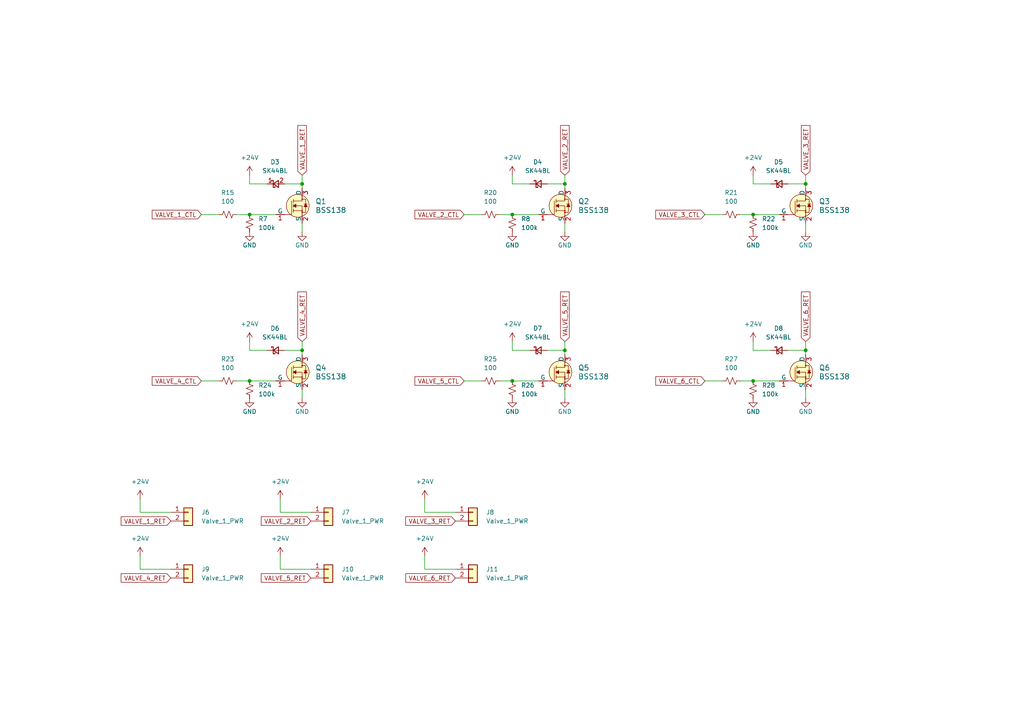
<source format=kicad_sch>
(kicad_sch (version 20250114) (generator "eeschema") (generator_version "9.0")
  (paper "A4")
  (title_block (rev "0.1.0") (company "Queen's Rocket Engineering Team"))
  (lib_symbols
    (symbol "Connector_Generic:Conn_01x02" (pin_names (offset 1.016) (hide yes))
      (property "Reference" "J" (at 0 2.54 0))
      (property "Value" "Conn_01x02" (at 0 -5.08 0))
      (symbol "Conn_01x02_1_1"
        (rectangle (start -1.27 1.27) (end 1.27 -3.81) (stroke (width 0.254)) (fill (type background)))
        (rectangle (start -1.27 0.127) (end 0 -0.127) (stroke (width 0.1524)))
        (rectangle (start -1.27 -2.413) (end 0 -2.667) (stroke (width 0.1524)))
        (pin passive line (at -5.08 0 0) (length 3.81) (name "Pin_1") (number "1"))
        (pin passive line (at -5.08 -2.54 0) (length 3.81) (name "Pin_2") (number "2"))
      )
    )
    (symbol "D_Schottky_Small_1" (pin_names (offset 0.254) (hide yes))
      (property "Reference" "D" (at -1.27 2.032 0))
      (property "Value" "D_Schottky_Small" (at -7.112 -2.032 0))
      (symbol "D_Schottky_Small_1_0_1"
        (polyline (pts (xy -1.27 0.762) (xy -1.27 1.016) (xy -0.762 1.016) (xy -0.762 -1.016) (xy -0.254 -1.016) (xy -0.254 -0.762)) (stroke (width 0.254)))
        (polyline (pts (xy -0.762 0) (xy 0.762 0)))
        (polyline (pts (xy 0.762 -1.016) (xy -0.762 0) (xy 0.762 1.016) (xy 0.762 -1.016)) (stroke (width 0.254)))
      )
      (symbol "D_Schottky_Small_1_1_1"
        (pin passive line (at -2.54 0 0) (length 1.778) (name "K") (number "1"))
        (pin passive line (at 2.54 0 180) (length 1.778) (name "A") (number "2"))
      )
    )
    (symbol "Device:D_Schottky_Small" (pin_numbers (hide yes)) (pin_names (offset 0.254) (hide yes))
      (property "Reference" "D" (at -1.27 2.032 0))
      (property "Value" "D_Schottky_Small" (at -7.112 -2.032 0))
      (symbol "D_Schottky_Small_0_1"
        (polyline (pts (xy -1.27 0.762) (xy -1.27 1.016) (xy -0.762 1.016) (xy -0.762 -1.016) (xy -0.254 -1.016) (xy -0.254 -0.762)) (stroke (width 0.254)))
        (polyline (pts (xy -0.762 0) (xy 0.762 0)))
        (polyline (pts (xy 0.762 -1.016) (xy -0.762 0) (xy 0.762 1.016) (xy 0.762 -1.016)) (stroke (width 0.254)))
      )
      (symbol "D_Schottky_Small_1_1"
        (pin passive line (at -2.54 0 0) (length 1.778) (name "K") (number "1"))
        (pin passive line (at 2.54 0 180) (length 1.778) (name "A") (number "2"))
      )
    )
    (symbol "Device:R_Small_US" (pin_numbers (hide yes)) (pin_names (offset 0.254) (hide yes))
      (property "Reference" "R" (at 0.762 0.508 0))
      (property "Value" "R_Small_US" (at 0.762 -1.016 0))
      (symbol "R_Small_US_1_1"
        (polyline (pts (xy 0 1.524) (xy 1.016 1.143) (xy 0 0.762) (xy -1.016 0.381) (xy 0 0)))
        (polyline (pts (xy 0 0) (xy 1.016 -0.381) (xy 0 -0.762) (xy -1.016 -1.143) (xy 0 -1.524)))
        (pin passive line (at 0 2.54 270) (length 1.016) (name "~") (number "1"))
        (pin passive line (at 0 -2.54 90) (length 1.016) (name "~") (number "2"))
      )
    )
    (symbol "dk_Transistors-FETs-MOSFETs-Single:BSS138" (pin_names (offset 0))
      (property "Reference" "Q" (at -2.6924 3.6322 0))
      (property "Value" "BSS138" (at 3.4544 0 90))
      (symbol "BSS138_0_1"
        (polyline (pts (xy -5.08 -2.54) (xy -3.048 -2.54) (xy -3.048 1.397)))
        (circle (center -1.27 0) (radius 3.302) (fill (type background)))
        (polyline (pts (xy -0.127 -1.905) (xy 1.016 -1.905) (xy 1.016 1.397) (xy 1.016 1.905) (xy -0.127 1.905)))
        (polyline (pts (xy 0 2.54) (xy 0 1.397) (xy -2.54 1.397)))
        (circle (center 0 1.905) (radius 0.127))
        (polyline (pts (xy 0 -1.397) (xy -2.54 -1.397)))
        (circle (center 0 -1.397) (radius 0.127))
        (circle (center 0 -1.905) (radius 0.127))
        (polyline (pts (xy 0 -2.54) (xy 0 0) (xy -2.54 0)))
      )
      (symbol "BSS138_1_1"
        (polyline (pts (xy -2.54 1.905) (xy -2.54 0.889)))
        (polyline (pts (xy -2.54 0) (xy -2.54 0.508)))
        (polyline (pts (xy -2.54 0) (xy -2.54 -0.508)))
        (polyline (pts (xy -2.54 0) (xy -1.778 0.508) (xy -1.778 -0.508) (xy -2.54 0)) (fill (type outline)))
        (polyline (pts (xy -2.54 -1.397) (xy -2.54 -0.889)))
        (polyline (pts (xy -2.54 -1.397) (xy -2.54 -1.905)))
        (polyline (pts (xy 1.016 0.508) (xy 0.508 -0.254) (xy 1.524 -0.254) (xy 1.016 0.508)) (fill (type outline)))
        (polyline (pts (xy 1.524 0.508) (xy 0.508 0.508)))
        (pin bidirectional line (at -7.62 -2.54 0) (length 2.54) (name "G") (number "1"))
        (pin bidirectional line (at 0 5.08 270) (length 2.54) (name "D") (number "3"))
        (pin bidirectional line (at 0 -5.08 90) (length 2.54) (name "S") (number "2"))
      )
    )
    (symbol "power:+24V" (power) (pin_numbers (hide yes)) (pin_names (offset 0) (hide yes))
      (property "Value" "+24V" (at 0 3.556 0))
      (symbol "+24V_0_1"
        (polyline (pts (xy -0.762 1.27) (xy 0 2.54)))
        (polyline (pts (xy 0 2.54) (xy 0.762 1.27)))
        (polyline (pts (xy 0 0) (xy 0 2.54)))
      )
      (symbol "+24V_1_1"
        (pin power_in line (at 0 0 90) (length 0) (name "~") (number "1"))
      )
    )
    (symbol "power:GND" (power) (pin_numbers (hide yes)) (pin_names (offset 0) (hide yes))
      (property "Value" "GND" (at 0 -3.81 0))
      (symbol "GND_0_1"
        (polyline (pts (xy 0 0) (xy 0 -1.27) (xy 1.27 -1.27) (xy 0 -2.54) (xy -1.27 -1.27) (xy 0 -1.27)))
      )
      (symbol "GND_1_1"
        (pin power_in line (at 0 0 270) (length 0) (name "~") (number "1"))
      )
    )
  )
  (junction (at 233.68 53.34))
  (junction (at 72.39 110.49))
  (junction (at 163.83 101.6))
  (junction (at 148.59 110.49))
  (junction (at 218.44 110.49))
  (junction (at 233.68 101.6))
  (junction (at 163.83 53.34))
  (junction (at 87.63 53.34))
  (junction (at 218.44 62.23))
  (junction (at 87.63 101.6))
  (junction (at 148.59 62.23))
  (junction (at 72.39 62.23))
  (wire (pts (xy 58.42 62.23) (xy 63.5 62.23)))
  (wire (pts (xy 58.42 110.49) (xy 63.5 110.49)))
  (wire (pts (xy 68.58 110.49) (xy 72.39 110.49)))
  (wire (pts (xy 72.39 110.49) (xy 80.01 110.49)))
  (wire (pts (xy 163.83 113.03) (xy 163.83 115.57)))
  (wire (pts (xy 144.78 110.49) (xy 148.59 110.49)))
  (wire (pts (xy 148.59 99.06) (xy 148.59 101.6)))
  (wire (pts (xy 233.68 53.34) (xy 233.68 54.61)))
  (wire (pts (xy 233.68 113.03) (xy 233.68 115.57)))
  (wire (pts (xy 148.59 110.49) (xy 156.21 110.49)))
  (wire (pts (xy 132.08 165.1) (xy 123.19 165.1)))
  (wire (pts (xy 49.53 165.1) (xy 40.64 165.1)))
  (wire (pts (xy 87.63 64.77) (xy 87.63 67.31)))
  (wire (pts (xy 82.55 53.34) (xy 87.63 53.34)))
  (wire (pts (xy 134.62 110.49) (xy 139.7 110.49)))
  (wire (pts (xy 87.63 101.6) (xy 87.63 102.87)))
  (wire (pts (xy 87.63 99.06) (xy 87.63 101.6)))
  (wire (pts (xy 163.83 101.6) (xy 163.83 102.87)))
  (wire (pts (xy 132.08 148.59) (xy 123.19 148.59)))
  (wire (pts (xy 123.19 161.29) (xy 123.19 165.1)))
  (wire (pts (xy 218.44 62.23) (xy 226.06 62.23)))
  (wire (pts (xy 87.63 53.34) (xy 87.63 54.61)))
  (wire (pts (xy 81.28 144.78) (xy 81.28 148.59)))
  (wire (pts (xy 87.63 113.03) (xy 87.63 115.57)))
  (wire (pts (xy 163.83 64.77) (xy 163.83 67.31)))
  (wire (pts (xy 153.67 53.34) (xy 148.59 53.34)))
  (wire (pts (xy 218.44 50.8) (xy 218.44 53.34)))
  (wire (pts (xy 77.47 53.34) (xy 72.39 53.34)))
  (wire (pts (xy 144.78 62.23) (xy 148.59 62.23)))
  (wire (pts (xy 90.17 165.1) (xy 81.28 165.1)))
  (wire (pts (xy 82.55 101.6) (xy 87.63 101.6)))
  (wire (pts (xy 233.68 101.6) (xy 233.68 102.87)))
  (wire (pts (xy 163.83 50.8) (xy 163.83 53.34)))
  (wire (pts (xy 87.63 50.8) (xy 87.63 53.34)))
  (wire (pts (xy 163.83 99.06) (xy 163.83 101.6)))
  (wire (pts (xy 90.17 148.59) (xy 81.28 148.59)))
  (wire (pts (xy 158.75 53.34) (xy 163.83 53.34)))
  (wire (pts (xy 228.6 53.34) (xy 233.68 53.34)))
  (wire (pts (xy 148.59 50.8) (xy 148.59 53.34)))
  (wire (pts (xy 81.28 161.29) (xy 81.28 165.1)))
  (wire (pts (xy 153.67 101.6) (xy 148.59 101.6)))
  (wire (pts (xy 233.68 99.06) (xy 233.68 101.6)))
  (wire (pts (xy 40.64 161.29) (xy 40.64 165.1)))
  (wire (pts (xy 218.44 99.06) (xy 218.44 101.6)))
  (wire (pts (xy 228.6 101.6) (xy 233.68 101.6)))
  (wire (pts (xy 233.68 50.8) (xy 233.68 53.34)))
  (wire (pts (xy 72.39 62.23) (xy 80.01 62.23)))
  (wire (pts (xy 218.44 110.49) (xy 226.06 110.49)))
  (wire (pts (xy 123.19 144.78) (xy 123.19 148.59)))
  (wire (pts (xy 223.52 53.34) (xy 218.44 53.34)))
  (wire (pts (xy 158.75 101.6) (xy 163.83 101.6)))
  (wire (pts (xy 214.63 110.49) (xy 218.44 110.49)))
  (wire (pts (xy 233.68 64.77) (xy 233.68 67.31)))
  (wire (pts (xy 134.62 62.23) (xy 139.7 62.23)))
  (wire (pts (xy 223.52 101.6) (xy 218.44 101.6)))
  (wire (pts (xy 77.47 101.6) (xy 72.39 101.6)))
  (wire (pts (xy 204.47 110.49) (xy 209.55 110.49)))
  (wire (pts (xy 204.47 62.23) (xy 209.55 62.23)))
  (wire (pts (xy 68.58 62.23) (xy 72.39 62.23)))
  (wire (pts (xy 72.39 99.06) (xy 72.39 101.6)))
  (wire (pts (xy 214.63 62.23) (xy 218.44 62.23)))
  (wire (pts (xy 148.59 62.23) (xy 156.21 62.23)))
  (wire (pts (xy 49.53 148.59) (xy 40.64 148.59)))
  (wire (pts (xy 72.39 50.8) (xy 72.39 53.34)))
  (wire (pts (xy 163.83 53.34) (xy 163.83 54.61)))
  (wire (pts (xy 40.64 144.78) (xy 40.64 148.59)))
  (global_label "VALVE_2_RET" (shape input) (at 163.83 50.8 90) (property "Intersheetrefs" "${INTERSHEET_REFS}" (effects (hide yes))))
  (global_label "VALVE_1_CTL" (shape input) (at 58.42 62.23 180) (property "Intersheetrefs" "${INTERSHEET_REFS}" (effects (hide yes))))
  (global_label "VALVE_2_CTL" (shape input) (at 134.62 62.23 180) (property "Intersheetrefs" "${INTERSHEET_REFS}" (effects (hide yes))))
  (global_label "VALVE_5_RET" (shape input) (at 163.83 99.06 90) (property "Intersheetrefs" "${INTERSHEET_REFS}" (effects (hide yes))))
  (global_label "VALVE_5_RET" (shape input) (at 90.17 167.64 180) (property "Intersheetrefs" "${INTERSHEET_REFS}" (effects (hide yes))))
  (global_label "VALVE_4_RET" (shape input) (at 49.53 167.64 180) (property "Intersheetrefs" "${INTERSHEET_REFS}" (effects (hide yes))))
  (global_label "VALVE_1_RET" (shape input) (at 49.53 151.13 180) (property "Intersheetrefs" "${INTERSHEET_REFS}" (effects (hide yes))))
  (global_label "VALVE_4_RET" (shape input) (at 87.63 99.06 90) (property "Intersheetrefs" "${INTERSHEET_REFS}" (effects (hide yes))))
  (global_label "VALVE_6_CTL" (shape input) (at 204.47 110.49 180) (property "Intersheetrefs" "${INTERSHEET_REFS}" (effects (hide yes))))
  (global_label "VALVE_3_CTL" (shape input) (at 204.47 62.23 180) (property "Intersheetrefs" "${INTERSHEET_REFS}" (effects (hide yes))))
  (global_label "VALVE_4_CTL" (shape input) (at 58.42 110.49 180) (property "Intersheetrefs" "${INTERSHEET_REFS}" (effects (hide yes))))
  (global_label "VALVE_5_CTL" (shape input) (at 134.62 110.49 180) (property "Intersheetrefs" "${INTERSHEET_REFS}" (effects (hide yes))))
  (global_label "VALVE_3_RET" (shape input) (at 132.08 151.13 180) (property "Intersheetrefs" "${INTERSHEET_REFS}" (effects (hide yes))))
  (global_label "VALVE_2_RET" (shape input) (at 90.17 151.13 180) (property "Intersheetrefs" "${INTERSHEET_REFS}" (effects (hide yes))))
  (global_label "VALVE_1_RET" (shape input) (at 87.63 50.8 90) (property "Intersheetrefs" "${INTERSHEET_REFS}" (effects (hide yes))))
  (global_label "VALVE_6_RET" (shape input) (at 132.08 167.64 180) (property "Intersheetrefs" "${INTERSHEET_REFS}" (effects (hide yes))))
  (global_label "VALVE_3_RET" (shape input) (at 233.68 50.8 90) (property "Intersheetrefs" "${INTERSHEET_REFS}" (effects (hide yes))))
  (global_label "VALVE_6_RET" (shape input) (at 233.68 99.06 90) (property "Intersheetrefs" "${INTERSHEET_REFS}" (effects (hide yes))))
  (symbol (lib_id "power:+24V") (at 40.64 144.78 0) (unit 1)
    (property "Reference" "#PWR075" (effects (hide yes)))
    (property "Value" "+24V" (at 40.64 139.7 0))
    (property "Description" "Power symbol creates a global label with name \"+24V\"" (effects (hide yes)))
  )
  (symbol (lib_name "D_Schottky_Small_1") (lib_id "Device:D_Schottky_Small") (at 80.01 53.34 0) (unit 1)
    (property "Reference" "D3" (at 79.756 46.99 0))
    (property "Value" "SK44BL" (at 79.756 49.53 0))
    (property "Footprint" "Diode_SMD:D_SMB" (effects (hide yes)))
    (property "Description" "Schottky diode, small symbol" (effects (hide yes)))
    (property "MPN" "SK44BL-TP" (effects (hide yes)))
    (property "LCSC" "C151740" (effects (hide yes)))
  )
  (symbol (lib_id "Device:D_Schottky_Small") (at 156.21 53.34 0) (unit 1)
    (property "Reference" "D4" (at 155.956 46.99 0))
    (property "Value" "SK44BL" (at 155.956 49.53 0))
    (property "Footprint" "Diode_SMD:D_SMB" (effects (hide yes)))
    (property "Description" "Schottky diode, small symbol" (effects (hide yes)))
    (property "MPN" "SK44BL-TP" (effects (hide yes)))
    (property "LCSC" "C151740" (effects (hide yes)))
  )
  (symbol (lib_id "power:GND") (at 87.63 67.31 0) (unit 1)
    (property "Reference" "#PWR057" (effects (hide yes)))
    (property "Value" "GND" (at 87.63 71.12 0))
    (property "Description" "Power symbol creates a global label with name \"GND\" , ground" (effects (hide yes)))
  )
  (symbol (lib_id "power:GND") (at 148.59 115.57 0) (unit 1)
    (property "Reference" "#PWR070" (effects (hide yes)))
    (property "Value" "GND" (at 148.59 119.38 0))
    (property "Description" "Power symbol creates a global label with name \"GND\" , ground" (effects (hide yes)))
  )
  (symbol (lib_id "power:+24V") (at 148.59 50.8 0) (unit 1)
    (property "Reference" "#PWR060" (effects (hide yes)))
    (property "Value" "+24V" (at 148.59 45.72 0))
    (property "Description" "Power symbol creates a global label with name \"+24V\"" (effects (hide yes)))
  )
  (symbol (lib_id "Device:R_Small_US") (at 72.39 113.03 0) (unit 1)
    (property "Reference" "R24" (at 74.93 111.7599 0) (effects (justify left)))
    (property "Value" "100k" (at 74.93 114.2999 0) (effects (justify left)))
    (property "Footprint" "Resistor_SMD:R_0402_1005Metric" (effects (hide yes)))
    (property "Description" "Resistor, small US symbol" (effects (hide yes)))
    (property "MPN" "0402WGJ0104TCE" (effects (hide yes)))
    (property "LCSC" "C25530" (effects (hide yes)))
  )
  (symbol (lib_id "Device:R_Small_US") (at 212.09 62.23 90) (unit 1)
    (property "Reference" "R21" (at 212.09 55.88 90))
    (property "Value" "100" (at 212.09 58.42 90))
    (property "Footprint" "Resistor_SMD:R_0402_1005Metric" (effects (hide yes)))
    (property "Description" "Resistor, small US symbol" (effects (hide yes)))
    (property "MPN" "0402WGF1000TCE" (effects (hide yes)))
    (property "LCSC" "C25076" (effects (hide yes)))
  )
  (symbol (lib_id "power:+24V") (at 72.39 99.06 0) (unit 1)
    (property "Reference" "#PWR066" (effects (hide yes)))
    (property "Value" "+24V" (at 72.39 93.98 0))
    (property "Description" "Power symbol creates a global label with name \"+24V\"" (effects (hide yes)))
  )
  (symbol (lib_id "power:GND") (at 233.68 67.31 0) (unit 1)
    (property "Reference" "#PWR065" (effects (hide yes)))
    (property "Value" "GND" (at 233.68 71.12 0))
    (property "Description" "Power symbol creates a global label with name \"GND\" , ground" (effects (hide yes)))
  )
  (symbol (lib_id "Device:R_Small_US") (at 66.04 62.23 90) (unit 1)
    (property "Reference" "R15" (at 66.04 55.88 90))
    (property "Value" "100" (at 66.04 58.42 90))
    (property "Footprint" "Resistor_SMD:R_0402_1005Metric" (effects (hide yes)))
    (property "Description" "Resistor, small US symbol" (effects (hide yes)))
    (property "MPN" "0402WGF1000TCE" (effects (hide yes)))
    (property "LCSC" "C25076" (effects (hide yes)))
  )
  (symbol (lib_id "power:GND") (at 72.39 115.57 0) (unit 1)
    (property "Reference" "#PWR067" (effects (hide yes)))
    (property "Value" "GND" (at 72.39 119.38 0))
    (property "Description" "Power symbol creates a global label with name \"GND\" , ground" (effects (hide yes)))
  )
  (symbol (lib_id "dk_Transistors-FETs-MOSFETs-Single:BSS138") (at 163.83 59.69 0) (unit 1)
    (property "Reference" "Q2" (at 167.64 58.4199 0) (effects (font (size 1.524 1.524)) (justify left)))
    (property "Value" "BSS138" (at 167.64 60.9599 0) (effects (font (size 1.524 1.524)) (justify left)))
    (property "Footprint" "Package_TO_SOT_SMD:SOT-23-3" (effects (hide yes)))
    (property "Datasheet" "https://www.onsemi.com/pub/Collateral/BSS138-D.PDF" (effects (hide yes)))
    (property "Description" "MOSFET N-CH 50V 220MA SOT-23" (effects (hide yes)))
    (property "MPN" "BSS138" (effects (hide yes)))
    (property "LCSC" "C8490" (effects (hide yes)))
    (property "Category" "Discrete Semiconductor Products" (effects (hide yes)))
    (property "Family" "Transistors - FETs, MOSFETs - Single" (effects (hide yes)))
    (property "DK_Datasheet_Link" "https://www.onsemi.com/pub/Collateral/BSS138-D.PDF" (effects (hide yes)))
    (property "DK_Detail_Page" "/product-detail/en/on-semiconductor/BSS138/BSS138CT-ND/244294" (effects (hide yes)))
    (property "Description_1" "MOSFET N-CH 50V 220MA SOT-23" (effects (hide yes)))
    (property "Manufacturer" "ON Semiconductor" (effects (hide yes)))
    (property "Status" "Active" (effects (hide yes)))
  )
  (symbol (lib_id "dk_Transistors-FETs-MOSFETs-Single:BSS138") (at 233.68 59.69 0) (unit 1)
    (property "Reference" "Q3" (at 237.49 58.4199 0) (effects (font (size 1.524 1.524)) (justify left)))
    (property "Value" "BSS138" (at 237.49 60.9599 0) (effects (font (size 1.524 1.524)) (justify left)))
    (property "Footprint" "Package_TO_SOT_SMD:SOT-23-3" (effects (hide yes)))
    (property "Datasheet" "https://www.onsemi.com/pub/Collateral/BSS138-D.PDF" (effects (hide yes)))
    (property "Description" "MOSFET N-CH 50V 220MA SOT-23" (effects (hide yes)))
    (property "Digi-Key_PN" "BSS138CT-ND" (effects (hide yes)))
    (property "MPN" "BSS138" (effects (hide yes)))
    (property "Category" "Discrete Semiconductor Products" (effects (hide yes)))
    (property "Family" "Transistors - FETs, MOSFETs - Single" (effects (hide yes)))
    (property "DK_Datasheet_Link" "https://www.onsemi.com/pub/Collateral/BSS138-D.PDF" (effects (hide yes)))
    (property "DK_Detail_Page" "/product-detail/en/on-semiconductor/BSS138/BSS138CT-ND/244294" (effects (hide yes)))
    (property "Description_1" "MOSFET N-CH 50V 220MA SOT-23" (effects (hide yes)))
    (property "Manufacturer" "ON Semiconductor" (effects (hide yes)))
    (property "Status" "Active" (effects (hide yes)))
    (property "LCSC" "C8490" (effects (hide yes)))
  )
  (symbol (lib_id "Device:R_Small_US") (at 148.59 113.03 0) (unit 1)
    (property "Reference" "R26" (at 151.13 111.7599 0) (effects (justify left)))
    (property "Value" "100k" (at 151.13 114.2999 0) (effects (justify left)))
    (property "Footprint" "Resistor_SMD:R_0402_1005Metric" (effects (hide yes)))
    (property "Description" "Resistor, small US symbol" (effects (hide yes)))
    (property "MPN" "0402WGJ0104TCE" (effects (hide yes)))
    (property "LCSC" "C25530" (effects (hide yes)))
  )
  (symbol (lib_id "dk_Transistors-FETs-MOSFETs-Single:BSS138") (at 233.68 107.95 0) (unit 1)
    (property "Reference" "Q6" (at 237.49 106.6799 0) (effects (font (size 1.524 1.524)) (justify left)))
    (property "Value" "BSS138" (at 237.49 109.2199 0) (effects (font (size 1.524 1.524)) (justify left)))
    (property "Footprint" "Package_TO_SOT_SMD:SOT-23-3" (effects (hide yes)))
    (property "Datasheet" "https://www.onsemi.com/pub/Collateral/BSS138-D.PDF" (effects (hide yes)))
    (property "Description" "MOSFET N-CH 50V 220MA SOT-23" (effects (hide yes)))
    (property "Digi-Key_PN" "BSS138CT-ND" (effects (hide yes)))
    (property "MPN" "BSS138" (effects (hide yes)))
    (property "Category" "Discrete Semiconductor Products" (effects (hide yes)))
    (property "Family" "Transistors - FETs, MOSFETs - Single" (effects (hide yes)))
    (property "DK_Datasheet_Link" "https://www.onsemi.com/pub/Collateral/BSS138-D.PDF" (effects (hide yes)))
    (property "DK_Detail_Page" "/product-detail/en/on-semiconductor/BSS138/BSS138CT-ND/244294" (effects (hide yes)))
    (property "Description_1" "MOSFET N-CH 50V 220MA SOT-23" (effects (hide yes)))
    (property "Manufacturer" "ON Semiconductor" (effects (hide yes)))
    (property "Status" "Active" (effects (hide yes)))
    (property "LCSC" "C8490" (effects (hide yes)))
  )
  (symbol (lib_id "Device:R_Small_US") (at 212.09 110.49 90) (unit 1)
    (property "Reference" "R27" (at 212.09 104.14 90))
    (property "Value" "100" (at 212.09 106.68 90))
    (property "Footprint" "Resistor_SMD:R_0402_1005Metric" (effects (hide yes)))
    (property "Description" "Resistor, small US symbol" (effects (hide yes)))
    (property "MPN" "0402WGF1000TCE" (effects (hide yes)))
    (property "LCSC" "C25076" (effects (hide yes)))
  )
  (symbol (lib_id "Connector_Generic:Conn_01x02") (at 54.61 148.59 0) (unit 1)
    (property "Reference" "J6" (at 58.42 148.5899 0) (effects (justify left)))
    (property "Value" "Valve_1_PWR" (at 58.42 151.1299 0) (effects (justify left)))
    (property "Footprint" "Connector_JST:JST_XH_B2B-XH-A_1x02_P2.50mm_Vertical" (effects (hide yes)))
    (property "Description" "Generic connector, single row, 01x02, script generated (kicad-library-utils/schlib/autogen/connector/)" (effects (hide yes)))
    (property "MPN" "XH-2A" (effects (hide yes)))
    (property "LCSC" "C20079" (effects (hide yes)))
  )
  (symbol (lib_id "Connector_Generic:Conn_01x02") (at 137.16 148.59 0) (unit 1)
    (property "Reference" "J8" (at 140.97 148.5899 0) (effects (justify left)))
    (property "Value" "Valve_1_PWR" (at 140.97 151.1299 0) (effects (justify left)))
    (property "Footprint" "Connector_JST:JST_XH_B2B-XH-A_1x02_P2.50mm_Vertical" (effects (hide yes)))
    (property "Description" "Generic connector, single row, 01x02, script generated (kicad-library-utils/schlib/autogen/connector/)" (effects (hide yes)))
    (property "MPN" "XH-2A" (effects (hide yes)))
    (property "LCSC" "C20079" (effects (hide yes)))
  )
  (symbol (lib_id "Device:R_Small_US") (at 148.59 64.77 0) (unit 1)
    (property "Reference" "R8" (at 151.13 63.4999 0) (effects (justify left)))
    (property "Value" "100k" (at 151.13 66.0399 0) (effects (justify left)))
    (property "Footprint" "Resistor_SMD:R_0402_1005Metric" (effects (hide yes)))
    (property "Description" "Resistor, small US symbol" (effects (hide yes)))
    (property "MPN" "0402WGJ0104TCE" (effects (hide yes)))
    (property "LCSC" "C25530" (effects (hide yes)))
  )
  (symbol (lib_id "power:+24V") (at 218.44 99.06 0) (unit 1)
    (property "Reference" "#PWR072" (effects (hide yes)))
    (property "Value" "+24V" (at 218.44 93.98 0))
    (property "Description" "Power symbol creates a global label with name \"+24V\"" (effects (hide yes)))
  )
  (symbol (lib_id "dk_Transistors-FETs-MOSFETs-Single:BSS138") (at 163.83 107.95 0) (unit 1)
    (property "Reference" "Q5" (at 167.64 106.6799 0) (effects (font (size 1.524 1.524)) (justify left)))
    (property "Value" "BSS138" (at 167.64 109.2199 0) (effects (font (size 1.524 1.524)) (justify left)))
    (property "Footprint" "Package_TO_SOT_SMD:SOT-23-3" (effects (hide yes)))
    (property "Datasheet" "https://www.onsemi.com/pub/Collateral/BSS138-D.PDF" (effects (hide yes)))
    (property "Description" "MOSFET N-CH 50V 220MA SOT-23" (effects (hide yes)))
    (property "MPN" "BSS138" (effects (hide yes)))
    (property "LCSC" "C8490" (effects (hide yes)))
    (property "Category" "Discrete Semiconductor Products" (effects (hide yes)))
    (property "Family" "Transistors - FETs, MOSFETs - Single" (effects (hide yes)))
    (property "DK_Datasheet_Link" "https://www.onsemi.com/pub/Collateral/BSS138-D.PDF" (effects (hide yes)))
    (property "DK_Detail_Page" "/product-detail/en/on-semiconductor/BSS138/BSS138CT-ND/244294" (effects (hide yes)))
    (property "Description_1" "MOSFET N-CH 50V 220MA SOT-23" (effects (hide yes)))
    (property "Manufacturer" "ON Semiconductor" (effects (hide yes)))
    (property "Status" "Active" (effects (hide yes)))
  )
  (symbol (lib_id "power:GND") (at 163.83 115.57 0) (unit 1)
    (property "Reference" "#PWR071" (effects (hide yes)))
    (property "Value" "GND" (at 163.83 119.38 0))
    (property "Description" "Power symbol creates a global label with name \"GND\" , ground" (effects (hide yes)))
  )
  (symbol (lib_id "Device:D_Schottky_Small") (at 156.21 101.6 0) (unit 1)
    (property "Reference" "D7" (at 155.956 95.25 0))
    (property "Value" "SK44BL" (at 155.956 97.79 0))
    (property "Footprint" "Diode_SMD:D_SMB" (effects (hide yes)))
    (property "Description" "Schottky diode, small symbol" (effects (hide yes)))
    (property "MPN" "SK44BL-TP" (effects (hide yes)))
    (property "LCSC" "C151740" (effects (hide yes)))
  )
  (symbol (lib_id "power:+24V") (at 148.59 99.06 0) (unit 1)
    (property "Reference" "#PWR069" (effects (hide yes)))
    (property "Value" "+24V" (at 148.59 93.98 0))
    (property "Description" "Power symbol creates a global label with name \"+24V\"" (effects (hide yes)))
  )
  (symbol (lib_id "Device:R_Small_US") (at 218.44 64.77 0) (unit 1)
    (property "Reference" "R22" (at 220.98 63.4999 0) (effects (justify left)))
    (property "Value" "100k" (at 220.98 66.0399 0) (effects (justify left)))
    (property "Footprint" "Resistor_SMD:R_0402_1005Metric" (effects (hide yes)))
    (property "Description" "Resistor, small US symbol" (effects (hide yes)))
    (property "MPN" "0402WGJ0104TCE" (effects (hide yes)))
    (property "LCSC" "C25530" (effects (hide yes)))
  )
  (symbol (lib_id "power:+24V") (at 40.64 161.29 0) (unit 1)
    (property "Reference" "#PWR078" (effects (hide yes)))
    (property "Value" "+24V" (at 40.64 156.21 0))
    (property "Description" "Power symbol creates a global label with name \"+24V\"" (effects (hide yes)))
  )
  (symbol (lib_id "power:+24V") (at 123.19 161.29 0) (unit 1)
    (property "Reference" "#PWR080" (effects (hide yes)))
    (property "Value" "+24V" (at 123.19 156.21 0))
    (property "Description" "Power symbol creates a global label with name \"+24V\"" (effects (hide yes)))
  )
  (symbol (lib_id "dk_Transistors-FETs-MOSFETs-Single:BSS138") (at 87.63 107.95 0) (unit 1)
    (property "Reference" "Q4" (at 91.44 106.6799 0) (effects (font (size 1.524 1.524)) (justify left)))
    (property "Value" "BSS138" (at 91.44 109.2199 0) (effects (font (size 1.524 1.524)) (justify left)))
    (property "Footprint" "Package_TO_SOT_SMD:SOT-23-3" (effects (hide yes)))
    (property "Datasheet" "https://www.onsemi.com/pub/Collateral/BSS138-D.PDF" (effects (hide yes)))
    (property "Description" "MOSFET N-CH 50V 220MA SOT-23" (effects (hide yes)))
    (property "MPN" "BSS138" (effects (hide yes)))
    (property "LCSC" "C8490" (effects (hide yes)))
    (property "Category" "Discrete Semiconductor Products" (effects (hide yes)))
    (property "Family" "Transistors - FETs, MOSFETs - Single" (effects (hide yes)))
    (property "DK_Datasheet_Link" "https://www.onsemi.com/pub/Collateral/BSS138-D.PDF" (effects (hide yes)))
    (property "DK_Detail_Page" "/product-detail/en/on-semiconductor/BSS138/BSS138CT-ND/244294" (effects (hide yes)))
    (property "Description_1" "MOSFET N-CH 50V 220MA SOT-23" (effects (hide yes)))
    (property "Manufacturer" "ON Semiconductor" (effects (hide yes)))
    (property "Status" "Active" (effects (hide yes)))
  )
  (symbol (lib_id "power:GND") (at 218.44 115.57 0) (unit 1)
    (property "Reference" "#PWR073" (effects (hide yes)))
    (property "Value" "GND" (at 218.44 119.38 0))
    (property "Description" "Power symbol creates a global label with name \"GND\" , ground" (effects (hide yes)))
  )
  (symbol (lib_id "Device:R_Small_US") (at 218.44 113.03 0) (unit 1)
    (property "Reference" "R28" (at 220.98 111.7599 0) (effects (justify left)))
    (property "Value" "100k" (at 220.98 114.2999 0) (effects (justify left)))
    (property "Footprint" "Resistor_SMD:R_0402_1005Metric" (effects (hide yes)))
    (property "Description" "Resistor, small US symbol" (effects (hide yes)))
    (property "MPN" "0402WGJ0104TCE" (effects (hide yes)))
    (property "LCSC" "C25530" (effects (hide yes)))
  )
  (symbol (lib_id "Device:D_Schottky_Small") (at 80.01 101.6 0) (unit 1)
    (property "Reference" "D6" (at 79.756 95.25 0))
    (property "Value" "SK44BL" (at 79.756 97.79 0))
    (property "Footprint" "Diode_SMD:D_SMB" (effects (hide yes)))
    (property "Description" "Schottky diode, small symbol" (effects (hide yes)))
    (property "MPN" "SK44BL-TP" (effects (hide yes)))
    (property "LCSC" "C151740" (effects (hide yes)))
  )
  (symbol (lib_id "Connector_Generic:Conn_01x02") (at 137.16 165.1 0) (unit 1)
    (property "Reference" "J11" (at 140.97 165.0999 0) (effects (justify left)))
    (property "Value" "Valve_1_PWR" (at 140.97 167.6399 0) (effects (justify left)))
    (property "Footprint" "Connector_JST:JST_XH_B2B-XH-A_1x02_P2.50mm_Vertical" (effects (hide yes)))
    (property "Description" "Generic connector, single row, 01x02, script generated (kicad-library-utils/schlib/autogen/connector/)" (effects (hide yes)))
    (property "MPN" "XH-2A" (effects (hide yes)))
    (property "LCSC" "C20079" (effects (hide yes)))
  )
  (symbol (lib_id "dk_Transistors-FETs-MOSFETs-Single:BSS138") (at 87.63 59.69 0) (unit 1)
    (property "Reference" "Q1" (at 91.44 58.4199 0) (effects (font (size 1.524 1.524)) (justify left)))
    (property "Value" "BSS138" (at 91.44 60.9599 0) (effects (font (size 1.524 1.524)) (justify left)))
    (property "Footprint" "Package_TO_SOT_SMD:SOT-23-3" (effects (hide yes)))
    (property "Datasheet" "https://www.onsemi.com/pub/Collateral/BSS138-D.PDF" (effects (hide yes)))
    (property "Description" "MOSFET N-CH 50V 220MA SOT-23" (effects (hide yes)))
    (property "MPN" "BSS138" (effects (hide yes)))
    (property "LCSC" "C8490" (effects (hide yes)))
    (property "Category" "Discrete Semiconductor Products" (effects (hide yes)))
    (property "Family" "Transistors - FETs, MOSFETs - Single" (effects (hide yes)))
    (property "DK_Datasheet_Link" "https://www.onsemi.com/pub/Collateral/BSS138-D.PDF" (effects (hide yes)))
    (property "DK_Detail_Page" "/product-detail/en/on-semiconductor/BSS138/BSS138CT-ND/244294" (effects (hide yes)))
    (property "Description_1" "MOSFET N-CH 50V 220MA SOT-23" (effects (hide yes)))
    (property "Manufacturer" "ON Semiconductor" (effects (hide yes)))
    (property "Status" "Active" (effects (hide yes)))
  )
  (symbol (lib_id "Connector_Generic:Conn_01x02") (at 95.25 165.1 0) (unit 1)
    (property "Reference" "J10" (at 99.06 165.0999 0) (effects (justify left)))
    (property "Value" "Valve_1_PWR" (at 99.06 167.6399 0) (effects (justify left)))
    (property "Footprint" "Connector_JST:JST_XH_B2B-XH-A_1x02_P2.50mm_Vertical" (effects (hide yes)))
    (property "Description" "Generic connector, single row, 01x02, script generated (kicad-library-utils/schlib/autogen/connector/)" (effects (hide yes)))
    (property "MPN" "XH-2A" (effects (hide yes)))
    (property "LCSC" "C20079" (effects (hide yes)))
  )
  (symbol (lib_id "Connector_Generic:Conn_01x02") (at 54.61 165.1 0) (unit 1)
    (property "Reference" "J9" (at 58.42 165.0999 0) (effects (justify left)))
    (property "Value" "Valve_1_PWR" (at 58.42 167.6399 0) (effects (justify left)))
    (property "Footprint" "Connector_JST:JST_XH_B2B-XH-A_1x02_P2.50mm_Vertical" (effects (hide yes)))
    (property "Description" "Generic connector, single row, 01x02, script generated (kicad-library-utils/schlib/autogen/connector/)" (effects (hide yes)))
    (property "MPN" "XH-2A" (effects (hide yes)))
    (property "LCSC" "C20079" (effects (hide yes)))
  )
  (symbol (lib_id "power:GND") (at 72.39 67.31 0) (unit 1)
    (property "Reference" "#PWR058" (effects (hide yes)))
    (property "Value" "GND" (at 72.39 71.12 0))
    (property "Description" "Power symbol creates a global label with name \"GND\" , ground" (effects (hide yes)))
  )
  (symbol (lib_id "power:GND") (at 233.68 115.57 0) (unit 1)
    (property "Reference" "#PWR074" (effects (hide yes)))
    (property "Value" "GND" (at 233.68 119.38 0))
    (property "Description" "Power symbol creates a global label with name \"GND\" , ground" (effects (hide yes)))
  )
  (symbol (lib_id "power:GND") (at 163.83 67.31 0) (unit 1)
    (property "Reference" "#PWR062" (effects (hide yes)))
    (property "Value" "GND" (at 163.83 71.12 0))
    (property "Description" "Power symbol creates a global label with name \"GND\" , ground" (effects (hide yes)))
  )
  (symbol (lib_id "power:+24V") (at 123.19 144.78 0) (unit 1)
    (property "Reference" "#PWR077" (effects (hide yes)))
    (property "Value" "+24V" (at 123.19 139.7 0))
    (property "Description" "Power symbol creates a global label with name \"+24V\"" (effects (hide yes)))
  )
  (symbol (lib_id "power:+24V") (at 218.44 50.8 0) (unit 1)
    (property "Reference" "#PWR063" (effects (hide yes)))
    (property "Value" "+24V" (at 218.44 45.72 0))
    (property "Description" "Power symbol creates a global label with name \"+24V\"" (effects (hide yes)))
  )
  (symbol (lib_id "Device:R_Small_US") (at 66.04 110.49 90) (unit 1)
    (property "Reference" "R23" (at 66.04 104.14 90))
    (property "Value" "100" (at 66.04 106.68 90))
    (property "Footprint" "Resistor_SMD:R_0402_1005Metric" (effects (hide yes)))
    (property "Description" "Resistor, small US symbol" (effects (hide yes)))
    (property "MPN" "0402WGF1000TCE" (effects (hide yes)))
    (property "LCSC" "C25076" (effects (hide yes)))
  )
  (symbol (lib_id "Connector_Generic:Conn_01x02") (at 95.25 148.59 0) (unit 1)
    (property "Reference" "J7" (at 99.06 148.5899 0) (effects (justify left)))
    (property "Value" "Valve_1_PWR" (at 99.06 151.1299 0) (effects (justify left)))
    (property "Footprint" "Connector_JST:JST_XH_B2B-XH-A_1x02_P2.50mm_Vertical" (effects (hide yes)))
    (property "Description" "Generic connector, single row, 01x02, script generated (kicad-library-utils/schlib/autogen/connector/)" (effects (hide yes)))
    (property "MPN" "XH-2A" (effects (hide yes)))
    (property "LCSC" "C20079" (effects (hide yes)))
  )
  (symbol (lib_id "power:GND") (at 218.44 67.31 0) (unit 1)
    (property "Reference" "#PWR064" (effects (hide yes)))
    (property "Value" "GND" (at 218.44 71.12 0))
    (property "Description" "Power symbol creates a global label with name \"GND\" , ground" (effects (hide yes)))
  )
  (symbol (lib_id "Device:R_Small_US") (at 142.24 110.49 90) (unit 1)
    (property "Reference" "R25" (at 142.24 104.14 90))
    (property "Value" "100" (at 142.24 106.68 90))
    (property "Footprint" "Resistor_SMD:R_0402_1005Metric" (effects (hide yes)))
    (property "Description" "Resistor, small US symbol" (effects (hide yes)))
    (property "MPN" "0402WGF1000TCE" (effects (hide yes)))
    (property "LCSC" "C25076" (effects (hide yes)))
  )
  (symbol (lib_id "power:+24V") (at 81.28 161.29 0) (unit 1)
    (property "Reference" "#PWR079" (effects (hide yes)))
    (property "Value" "+24V" (at 81.28 156.21 0))
    (property "Description" "Power symbol creates a global label with name \"+24V\"" (effects (hide yes)))
  )
  (symbol (lib_id "Device:R_Small_US") (at 72.39 64.77 0) (unit 1)
    (property "Reference" "R7" (at 74.93 63.4999 0) (effects (justify left)))
    (property "Value" "100k" (at 74.93 66.0399 0) (effects (justify left)))
    (property "Footprint" "Resistor_SMD:R_0402_1005Metric" (effects (hide yes)))
    (property "Description" "Resistor, small US symbol" (effects (hide yes)))
    (property "MPN" "0402WGJ0104TCE" (effects (hide yes)))
    (property "LCSC" "C25530" (effects (hide yes)))
  )
  (symbol (lib_id "power:+24V") (at 81.28 144.78 0) (unit 1)
    (property "Reference" "#PWR076" (effects (hide yes)))
    (property "Value" "+24V" (at 81.28 139.7 0))
    (property "Description" "Power symbol creates a global label with name \"+24V\"" (effects (hide yes)))
  )
  (symbol (lib_id "power:GND") (at 148.59 67.31 0) (unit 1)
    (property "Reference" "#PWR061" (effects (hide yes)))
    (property "Value" "GND" (at 148.59 71.12 0))
    (property "Description" "Power symbol creates a global label with name \"GND\" , ground" (effects (hide yes)))
  )
  (symbol (lib_id "power:+24V") (at 72.39 50.8 0) (unit 1)
    (property "Reference" "#PWR059" (effects (hide yes)))
    (property "Value" "+24V" (at 72.39 45.72 0))
    (property "Description" "Power symbol creates a global label with name \"+24V\"" (effects (hide yes)))
  )
  (symbol (lib_id "Device:D_Schottky_Small") (at 226.06 101.6 0) (unit 1)
    (property "Reference" "D8" (at 225.806 95.25 0))
    (property "Value" "SK44BL" (at 225.806 97.79 0))
    (property "Footprint" "Diode_SMD:D_SMB" (effects (hide yes)))
    (property "Description" "Schottky diode, small symbol" (effects (hide yes)))
    (property "MPN" "SK44BL-TP" (effects (hide yes)))
    (property "LCSC" "C151740" (effects (hide yes)))
  )
  (symbol (lib_id "power:GND") (at 87.63 115.57 0) (unit 1)
    (property "Reference" "#PWR068" (effects (hide yes)))
    (property "Value" "GND" (at 87.63 119.38 0))
    (property "Description" "Power symbol creates a global label with name \"GND\" , ground" (effects (hide yes)))
  )
  (symbol (lib_id "Device:R_Small_US") (at 142.24 62.23 90) (unit 1)
    (property "Reference" "R20" (at 142.24 55.88 90))
    (property "Value" "100" (at 142.24 58.42 90))
    (property "Footprint" "Resistor_SMD:R_0402_1005Metric" (effects (hide yes)))
    (property "Description" "Resistor, small US symbol" (effects (hide yes)))
    (property "MPN" "0402WGF1000TCE" (effects (hide yes)))
    (property "LCSC" "C25076" (effects (hide yes)))
  )
  (symbol (lib_id "Device:D_Schottky_Small") (at 226.06 53.34 0) (unit 1)
    (property "Reference" "D5" (at 225.806 46.99 0))
    (property "Value" "SK44BL" (at 225.806 49.53 0))
    (property "Footprint" "Diode_SMD:D_SMB" (effects (hide yes)))
    (property "Description" "Schottky diode, small symbol" (effects (hide yes)))
    (property "MPN" "SK44BL-TP" (effects (hide yes)))
    (property "LCSC" "C151740" (effects (hide yes)))
  )
)
</source>
